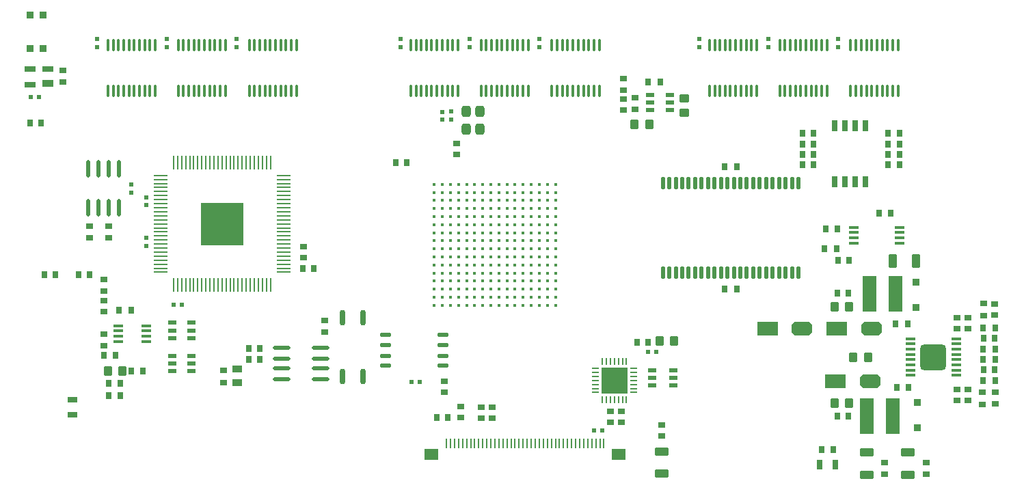
<source format=gtp>
G04 Layer_Color=8421504*
%FSLAX42Y42*%
%MOMM*%
G71*
G01*
G75*
G04:AMPARAMS|DCode=113|XSize=0.85mm|YSize=0.75mm|CornerRadius=0.07mm|HoleSize=0mm|Usage=FLASHONLY|Rotation=270.000|XOffset=0mm|YOffset=0mm|HoleType=Round|Shape=RoundedRectangle|*
%AMROUNDEDRECTD113*
21,1,0.85,0.60,0,0,270.0*
21,1,0.70,0.75,0,0,270.0*
1,1,0.15,-0.30,-0.35*
1,1,0.15,-0.30,0.35*
1,1,0.15,0.30,0.35*
1,1,0.15,0.30,-0.35*
%
%ADD113ROUNDEDRECTD113*%
G04:AMPARAMS|DCode=114|XSize=0.45mm|YSize=0.55mm|CornerRadius=0.04mm|HoleSize=0mm|Usage=FLASHONLY|Rotation=270.000|XOffset=0mm|YOffset=0mm|HoleType=Round|Shape=RoundedRectangle|*
%AMROUNDEDRECTD114*
21,1,0.45,0.47,0,0,270.0*
21,1,0.38,0.55,0,0,270.0*
1,1,0.07,-0.24,-0.19*
1,1,0.07,-0.24,0.19*
1,1,0.07,0.24,0.19*
1,1,0.07,0.24,-0.19*
%
%ADD114ROUNDEDRECTD114*%
%ADD115O,0.30X1.65*%
%ADD116R,0.65X1.45*%
G04:AMPARAMS|DCode=117|XSize=0.85mm|YSize=0.65mm|CornerRadius=0.06mm|HoleSize=0mm|Usage=FLASHONLY|Rotation=180.000|XOffset=0mm|YOffset=0mm|HoleType=Round|Shape=RoundedRectangle|*
%AMROUNDEDRECTD117*
21,1,0.85,0.53,0,0,180.0*
21,1,0.72,0.65,0,0,180.0*
1,1,0.13,-0.36,0.26*
1,1,0.13,0.36,0.26*
1,1,0.13,0.36,-0.26*
1,1,0.13,-0.36,-0.26*
%
%ADD117ROUNDEDRECTD117*%
G04:AMPARAMS|DCode=118|XSize=0.85mm|YSize=0.65mm|CornerRadius=0.06mm|HoleSize=0mm|Usage=FLASHONLY|Rotation=270.000|XOffset=0mm|YOffset=0mm|HoleType=Round|Shape=RoundedRectangle|*
%AMROUNDEDRECTD118*
21,1,0.85,0.53,0,0,270.0*
21,1,0.72,0.65,0,0,270.0*
1,1,0.13,-0.26,-0.36*
1,1,0.13,-0.26,0.36*
1,1,0.13,0.26,0.36*
1,1,0.13,0.26,-0.36*
%
%ADD118ROUNDEDRECTD118*%
G04:AMPARAMS|DCode=119|XSize=0.3mm|YSize=1.15mm|CornerRadius=0.02mm|HoleSize=0mm|Usage=FLASHONLY|Rotation=90.000|XOffset=0mm|YOffset=0mm|HoleType=Round|Shape=RoundedRectangle|*
%AMROUNDEDRECTD119*
21,1,0.30,1.11,0,0,90.0*
21,1,0.26,1.15,0,0,90.0*
1,1,0.04,0.56,0.13*
1,1,0.04,0.56,-0.13*
1,1,0.04,-0.56,-0.13*
1,1,0.04,-0.56,0.13*
%
%ADD119ROUNDEDRECTD119*%
%ADD120R,1.05X0.55*%
%ADD121O,0.75X1.95*%
G04:AMPARAMS|DCode=122|XSize=1.65mm|YSize=1.05mm|CornerRadius=0.11mm|HoleSize=0mm|Usage=FLASHONLY|Rotation=90.000|XOffset=0mm|YOffset=0mm|HoleType=Round|Shape=RoundedRectangle|*
%AMROUNDEDRECTD122*
21,1,1.65,0.82,0,0,90.0*
21,1,1.43,1.05,0,0,90.0*
1,1,0.23,0.41,0.71*
1,1,0.23,0.41,-0.71*
1,1,0.23,-0.41,-0.71*
1,1,0.23,-0.41,0.71*
%
%ADD122ROUNDEDRECTD122*%
G04:AMPARAMS|DCode=123|XSize=0.85mm|YSize=0.75mm|CornerRadius=0.07mm|HoleSize=0mm|Usage=FLASHONLY|Rotation=180.000|XOffset=0mm|YOffset=0mm|HoleType=Round|Shape=RoundedRectangle|*
%AMROUNDEDRECTD123*
21,1,0.85,0.60,0,0,180.0*
21,1,0.70,0.75,0,0,180.0*
1,1,0.15,-0.35,0.30*
1,1,0.15,0.35,0.30*
1,1,0.15,0.35,-0.30*
1,1,0.15,-0.35,-0.30*
%
%ADD123ROUNDEDRECTD123*%
%ADD124O,0.50X1.60*%
%ADD125R,1.35X0.75*%
%ADD126R,1.35X0.95*%
%ADD127O,1.45X0.55*%
%ADD128R,0.97X0.84*%
G04:AMPARAMS|DCode=129|XSize=0.9mm|YSize=0.85mm|CornerRadius=0.2mm|HoleSize=0mm|Usage=FLASHONLY|Rotation=180.000|XOffset=0mm|YOffset=0mm|HoleType=Round|Shape=RoundedRectangle|*
%AMROUNDEDRECTD129*
21,1,0.90,0.45,0,0,180.0*
21,1,0.50,0.85,0,0,180.0*
1,1,0.40,-0.25,0.23*
1,1,0.40,0.25,0.23*
1,1,0.40,0.25,-0.23*
1,1,0.40,-0.25,-0.23*
%
%ADD129ROUNDEDRECTD129*%
G04:AMPARAMS|DCode=130|XSize=2.6mm|YSize=1.7mm|CornerRadius=0.19mm|HoleSize=0mm|Usage=FLASHONLY|Rotation=0.000|XOffset=0mm|YOffset=0mm|HoleType=Round|Shape=RoundedRectangle|*
%AMROUNDEDRECTD130*
21,1,2.60,1.31,0,0,0.0*
21,1,2.21,1.70,0,0,0.0*
1,1,0.39,1.11,-0.66*
1,1,0.39,-1.11,-0.66*
1,1,0.39,-1.11,0.66*
1,1,0.39,1.11,0.66*
%
%ADD130ROUNDEDRECTD130*%
G04:AMPARAMS|DCode=131|XSize=2.6mm|YSize=1.7mm|CornerRadius=0mm|HoleSize=0mm|Usage=FLASHONLY|Rotation=0.000|XOffset=0mm|YOffset=0mm|HoleType=Round|Shape=Octagon|*
%AMOCTAGOND131*
4,1,8,1.30,-0.42,1.30,0.42,0.88,0.85,-0.88,0.85,-1.30,0.42,-1.30,-0.42,-0.88,-0.85,0.88,-0.85,1.30,-0.42,0.0*
%
%ADD131OCTAGOND131*%

G04:AMPARAMS|DCode=132|XSize=3.15mm|YSize=3.15mm|CornerRadius=0.38mm|HoleSize=0mm|Usage=FLASHONLY|Rotation=90.000|XOffset=0mm|YOffset=0mm|HoleType=Round|Shape=RoundedRectangle|*
%AMROUNDEDRECTD132*
21,1,3.15,2.40,0,0,90.0*
21,1,2.40,3.15,0,0,90.0*
1,1,0.75,1.20,1.20*
1,1,0.75,1.20,-1.20*
1,1,0.75,-1.20,-1.20*
1,1,0.75,-1.20,1.20*
%
%ADD132ROUNDEDRECTD132*%
G04:AMPARAMS|DCode=133|XSize=1.25mm|YSize=0.95mm|CornerRadius=0.1mm|HoleSize=0mm|Usage=FLASHONLY|Rotation=90.000|XOffset=0mm|YOffset=0mm|HoleType=Round|Shape=RoundedRectangle|*
%AMROUNDEDRECTD133*
21,1,1.25,0.75,0,0,90.0*
21,1,1.05,0.95,0,0,90.0*
1,1,0.20,0.38,0.53*
1,1,0.20,0.38,-0.53*
1,1,0.20,-0.38,-0.53*
1,1,0.20,-0.38,0.53*
%
%ADD133ROUNDEDRECTD133*%
G04:AMPARAMS|DCode=134|XSize=0.45mm|YSize=0.55mm|CornerRadius=0.04mm|HoleSize=0mm|Usage=FLASHONLY|Rotation=180.000|XOffset=0mm|YOffset=0mm|HoleType=Round|Shape=RoundedRectangle|*
%AMROUNDEDRECTD134*
21,1,0.45,0.47,0,0,180.0*
21,1,0.38,0.55,0,0,180.0*
1,1,0.07,-0.19,0.24*
1,1,0.07,0.19,0.24*
1,1,0.07,0.19,-0.24*
1,1,0.07,-0.19,-0.24*
%
%ADD134ROUNDEDRECTD134*%
G04:AMPARAMS|DCode=135|XSize=0.55mm|YSize=0.95mm|CornerRadius=0.05mm|HoleSize=0mm|Usage=FLASHONLY|Rotation=270.000|XOffset=0mm|YOffset=0mm|HoleType=Round|Shape=RoundedRectangle|*
%AMROUNDEDRECTD135*
21,1,0.55,0.85,0,0,270.0*
21,1,0.45,0.95,0,0,270.0*
1,1,0.10,-0.42,-0.23*
1,1,0.10,-0.42,0.23*
1,1,0.10,0.42,0.23*
1,1,0.10,0.42,-0.23*
%
%ADD135ROUNDEDRECTD135*%
%ADD136R,3.25X3.25*%
%ADD137O,0.25X1.00*%
%ADD138O,1.00X0.25*%
%ADD139C,0.45*%
%ADD140O,2.15X0.55*%
%ADD141R,1.70X4.45*%
G04:AMPARAMS|DCode=142|XSize=1.25mm|YSize=0.65mm|CornerRadius=0.06mm|HoleSize=0mm|Usage=FLASHONLY|Rotation=90.000|XOffset=0mm|YOffset=0mm|HoleType=Round|Shape=RoundedRectangle|*
%AMROUNDEDRECTD142*
21,1,1.25,0.53,0,0,90.0*
21,1,1.13,0.65,0,0,90.0*
1,1,0.13,0.26,0.56*
1,1,0.13,0.26,-0.56*
1,1,0.13,-0.26,-0.56*
1,1,0.13,-0.26,0.56*
%
%ADD142ROUNDEDRECTD142*%
G04:AMPARAMS|DCode=143|XSize=0.55mm|YSize=0.45mm|CornerRadius=0.04mm|HoleSize=0mm|Usage=FLASHONLY|Rotation=180.000|XOffset=0mm|YOffset=0mm|HoleType=Round|Shape=RoundedRectangle|*
%AMROUNDEDRECTD143*
21,1,0.55,0.38,0,0,180.0*
21,1,0.47,0.45,0,0,180.0*
1,1,0.07,-0.24,0.19*
1,1,0.07,0.24,0.19*
1,1,0.07,0.24,-0.19*
1,1,0.07,-0.24,-0.19*
%
%ADD143ROUNDEDRECTD143*%
%ADD144R,1.75X1.45*%
%ADD145R,0.25X1.20*%
G04:AMPARAMS|DCode=146|XSize=1.25mm|YSize=0.85mm|CornerRadius=0.09mm|HoleSize=0mm|Usage=FLASHONLY|Rotation=0.000|XOffset=0mm|YOffset=0mm|HoleType=Round|Shape=RoundedRectangle|*
%AMROUNDEDRECTD146*
21,1,1.25,0.68,0,0,0.0*
21,1,1.07,0.85,0,0,0.0*
1,1,0.17,0.54,-0.34*
1,1,0.17,-0.54,-0.34*
1,1,0.17,-0.54,0.34*
1,1,0.17,0.54,0.34*
%
%ADD146ROUNDEDRECTD146*%
%ADD147O,0.25X1.75*%
%ADD148O,1.75X0.25*%
%ADD149R,5.25X5.25*%
G04:AMPARAMS|DCode=150|XSize=1.7mm|YSize=1mm|CornerRadius=0.11mm|HoleSize=0mm|Usage=FLASHONLY|Rotation=180.000|XOffset=0mm|YOffset=0mm|HoleType=Round|Shape=RoundedRectangle|*
%AMROUNDEDRECTD150*
21,1,1.70,0.79,0,0,180.0*
21,1,1.49,1.00,0,0,180.0*
1,1,0.21,-0.74,0.39*
1,1,0.21,0.74,0.39*
1,1,0.21,0.74,-0.39*
1,1,0.21,-0.74,-0.39*
%
%ADD150ROUNDEDRECTD150*%
G04:AMPARAMS|DCode=151|XSize=1.35mm|YSize=1.15mm|CornerRadius=0.28mm|HoleSize=0mm|Usage=FLASHONLY|Rotation=270.000|XOffset=0mm|YOffset=0mm|HoleType=Round|Shape=RoundedRectangle|*
%AMROUNDEDRECTD151*
21,1,1.35,0.60,0,0,270.0*
21,1,0.80,1.15,0,0,270.0*
1,1,0.55,-0.30,-0.40*
1,1,0.55,-0.30,0.40*
1,1,0.55,0.30,0.40*
1,1,0.55,0.30,-0.40*
%
%ADD151ROUNDEDRECTD151*%
G04:AMPARAMS|DCode=152|XSize=1.25mm|YSize=0.95mm|CornerRadius=0.1mm|HoleSize=0mm|Usage=FLASHONLY|Rotation=0.000|XOffset=0mm|YOffset=0mm|HoleType=Round|Shape=RoundedRectangle|*
%AMROUNDEDRECTD152*
21,1,1.25,0.75,0,0,0.0*
21,1,1.05,0.95,0,0,0.0*
1,1,0.20,0.53,-0.38*
1,1,0.20,-0.53,-0.38*
1,1,0.20,-0.53,0.38*
1,1,0.20,0.53,0.38*
%
%ADD152ROUNDEDRECTD152*%
%ADD153O,0.55X2.15*%
G04:AMPARAMS|DCode=154|XSize=1.25mm|YSize=0.65mm|CornerRadius=0.06mm|HoleSize=0mm|Usage=FLASHONLY|Rotation=0.000|XOffset=0mm|YOffset=0mm|HoleType=Round|Shape=RoundedRectangle|*
%AMROUNDEDRECTD154*
21,1,1.25,0.53,0,0,0.0*
21,1,1.13,0.65,0,0,0.0*
1,1,0.13,0.56,-0.26*
1,1,0.13,-0.56,-0.26*
1,1,0.13,-0.56,0.26*
1,1,0.13,0.56,0.26*
%
%ADD154ROUNDEDRECTD154*%
D113*
X9125Y2410D02*
D03*
X8975Y2410D02*
D03*
X10365Y2910D02*
D03*
X10215D02*
D03*
X11095Y1980D02*
D03*
X11245D02*
D03*
X11255Y1190D02*
D03*
X11105D02*
D03*
X10225Y3160D02*
D03*
X10375D02*
D03*
X1475Y2150D02*
D03*
X1625D02*
D03*
X12175Y1540D02*
D03*
X12325D02*
D03*
Y1280D02*
D03*
X12175D02*
D03*
Y1670D02*
D03*
X12325D02*
D03*
X12175Y1930D02*
D03*
X12325D02*
D03*
X10175Y420D02*
D03*
X10325D02*
D03*
X9125Y3930D02*
D03*
X8975D02*
D03*
X8030Y4975D02*
D03*
X8180D02*
D03*
D114*
X480Y4790D02*
D03*
X380D02*
D03*
X8030Y1630D02*
D03*
X8130D02*
D03*
X7360Y660D02*
D03*
X7460D02*
D03*
X2250Y2220D02*
D03*
X2150D02*
D03*
X5100Y1260D02*
D03*
X5200D02*
D03*
D115*
X1923Y5435D02*
D03*
X1858Y5435D02*
D03*
X1792Y5435D02*
D03*
X1727Y5435D02*
D03*
X1598D02*
D03*
X1662D02*
D03*
X1532D02*
D03*
X1858Y4865D02*
D03*
X1923Y4865D02*
D03*
X1792D02*
D03*
X1598Y4865D02*
D03*
X1532D02*
D03*
X1727D02*
D03*
X1662D02*
D03*
X1468Y5435D02*
D03*
X1338D02*
D03*
X1402Y5435D02*
D03*
Y4865D02*
D03*
X1468Y4865D02*
D03*
X1338D02*
D03*
X3672Y5435D02*
D03*
X3608Y5435D02*
D03*
X3542Y5435D02*
D03*
X3478Y5435D02*
D03*
X3347D02*
D03*
X3412D02*
D03*
X3283D02*
D03*
X3608Y4865D02*
D03*
X3672Y4865D02*
D03*
X3542D02*
D03*
X3347Y4865D02*
D03*
X3283D02*
D03*
X3478D02*
D03*
X3412D02*
D03*
X3217Y5435D02*
D03*
X3088D02*
D03*
X3152Y5435D02*
D03*
Y4865D02*
D03*
X3217Y4865D02*
D03*
X3088D02*
D03*
X2792Y5435D02*
D03*
X2727Y5435D02*
D03*
X2662Y5435D02*
D03*
X2598Y5435D02*
D03*
X2467D02*
D03*
X2533D02*
D03*
X2402D02*
D03*
X2727Y4865D02*
D03*
X2792Y4865D02*
D03*
X2662D02*
D03*
X2467Y4865D02*
D03*
X2402D02*
D03*
X2598D02*
D03*
X2533D02*
D03*
X2338Y5435D02*
D03*
X2208D02*
D03*
X2273Y5435D02*
D03*
Y4865D02*
D03*
X2338Y4865D02*
D03*
X2208D02*
D03*
X9243Y5435D02*
D03*
X9307D02*
D03*
X9178D02*
D03*
X9372D02*
D03*
X9047D02*
D03*
X9112D02*
D03*
X8982D02*
D03*
X9372Y4865D02*
D03*
X9307D02*
D03*
X9243D02*
D03*
X9047D02*
D03*
X8982D02*
D03*
X9178D02*
D03*
X9112D02*
D03*
X8918Y5435D02*
D03*
X8788D02*
D03*
X8853D02*
D03*
Y4865D02*
D03*
X8918D02*
D03*
X8788D02*
D03*
X10992Y5435D02*
D03*
X11057D02*
D03*
X10927D02*
D03*
X11122D02*
D03*
X10797D02*
D03*
X10862D02*
D03*
X10732D02*
D03*
X11122Y4865D02*
D03*
X11057D02*
D03*
X10992D02*
D03*
X10797D02*
D03*
X10732D02*
D03*
X10927D02*
D03*
X10862D02*
D03*
X10667Y5435D02*
D03*
X10537D02*
D03*
X10602D02*
D03*
Y4865D02*
D03*
X10667D02*
D03*
X10537D02*
D03*
X10112Y5435D02*
D03*
X10178D02*
D03*
X10047D02*
D03*
X10243D02*
D03*
X9918D02*
D03*
X9982D02*
D03*
X9853D02*
D03*
X10243Y4865D02*
D03*
X10178D02*
D03*
X10112D02*
D03*
X9918D02*
D03*
X9853D02*
D03*
X10047D02*
D03*
X9982D02*
D03*
X9788Y5435D02*
D03*
X9657D02*
D03*
X9722D02*
D03*
Y4865D02*
D03*
X9788D02*
D03*
X9657D02*
D03*
X5672Y5435D02*
D03*
X5608Y5435D02*
D03*
X5542Y5435D02*
D03*
X5478Y5435D02*
D03*
X5412D02*
D03*
X5347D02*
D03*
X5283D02*
D03*
X5217Y5435D02*
D03*
X5153Y5435D02*
D03*
X5088Y5435D02*
D03*
X5672Y4865D02*
D03*
X5608Y4865D02*
D03*
X5542Y4865D02*
D03*
X5478Y4865D02*
D03*
X5412D02*
D03*
X5347D02*
D03*
X5283D02*
D03*
X5217Y4865D02*
D03*
X5153Y4865D02*
D03*
X5088Y4865D02*
D03*
X6543Y5435D02*
D03*
X6478Y5435D02*
D03*
X6412Y5435D02*
D03*
X6347Y5435D02*
D03*
X6283D02*
D03*
X6217D02*
D03*
X6153D02*
D03*
X6088Y5435D02*
D03*
X6022Y5435D02*
D03*
X5958Y5435D02*
D03*
X6543Y4865D02*
D03*
X6478Y4865D02*
D03*
X6412Y4865D02*
D03*
X6347Y4865D02*
D03*
X6283D02*
D03*
X6217D02*
D03*
X6153D02*
D03*
X6088Y4865D02*
D03*
X6022Y4865D02*
D03*
X5958Y4865D02*
D03*
X7422Y5435D02*
D03*
X7357Y5435D02*
D03*
X7292Y5435D02*
D03*
X7227Y5435D02*
D03*
X7162D02*
D03*
X7097D02*
D03*
X7032D02*
D03*
X6967Y5435D02*
D03*
X6902Y5435D02*
D03*
X6837Y5435D02*
D03*
X7422Y4865D02*
D03*
X7357Y4865D02*
D03*
X7292Y4865D02*
D03*
X7227Y4865D02*
D03*
X7162D02*
D03*
X7097D02*
D03*
X7032D02*
D03*
X6967Y4865D02*
D03*
X6902Y4865D02*
D03*
X6837Y4865D02*
D03*
D116*
X10721Y4439D02*
D03*
X10594D02*
D03*
X10721Y3741D02*
D03*
X10593D02*
D03*
X10467Y4439D02*
D03*
X10339D02*
D03*
X10467Y3741D02*
D03*
X10339D02*
D03*
D117*
X6100Y810D02*
D03*
Y950D02*
D03*
X1290Y2530D02*
D03*
Y2390D02*
D03*
X4020Y1880D02*
D03*
Y2020D02*
D03*
X7720Y4630D02*
D03*
Y4770D02*
D03*
Y4880D02*
D03*
Y5020D02*
D03*
X12320Y2090D02*
D03*
Y2230D02*
D03*
X11990Y1170D02*
D03*
Y1030D02*
D03*
X11850D02*
D03*
Y1170D02*
D03*
X12330Y1130D02*
D03*
Y990D02*
D03*
X11850Y1920D02*
D03*
Y2060D02*
D03*
X11990D02*
D03*
Y1920D02*
D03*
X11470Y120D02*
D03*
Y260D02*
D03*
X10960Y120D02*
D03*
Y260D02*
D03*
X8200Y730D02*
D03*
Y590D02*
D03*
X7700Y760D02*
D03*
Y900D02*
D03*
X7560Y760D02*
D03*
Y900D02*
D03*
X5660Y4080D02*
D03*
Y4220D02*
D03*
X780Y5120D02*
D03*
Y4980D02*
D03*
X1350Y3050D02*
D03*
Y3190D02*
D03*
X1110Y3050D02*
D03*
Y3190D02*
D03*
X3760Y2800D02*
D03*
Y2940D02*
D03*
X5960Y950D02*
D03*
Y810D02*
D03*
X5500Y1130D02*
D03*
Y1270D02*
D03*
X5710Y820D02*
D03*
Y960D02*
D03*
X1290Y2130D02*
D03*
Y2270D02*
D03*
X1290Y1850D02*
D03*
Y1710D02*
D03*
D118*
X1430Y1590D02*
D03*
X1290D02*
D03*
X1630Y1400D02*
D03*
X1770D02*
D03*
X11140Y4340D02*
D03*
X11000D02*
D03*
X11140Y4210D02*
D03*
X11000D02*
D03*
X11140Y4080D02*
D03*
X11000D02*
D03*
X11140Y3950D02*
D03*
X11000D02*
D03*
X1490Y1240D02*
D03*
X1350D02*
D03*
Y1090D02*
D03*
X1490D02*
D03*
X10080Y4340D02*
D03*
X9940D02*
D03*
X10080Y4080D02*
D03*
X9940D02*
D03*
X10080Y4210D02*
D03*
X9940D02*
D03*
X10080Y3950D02*
D03*
X9940D02*
D03*
X10370Y2360D02*
D03*
X10510D02*
D03*
X10370Y840D02*
D03*
X10510D02*
D03*
X10520Y2770D02*
D03*
X10380D02*
D03*
X550Y2590D02*
D03*
X690D02*
D03*
X510Y4470D02*
D03*
X370D02*
D03*
X1110Y2590D02*
D03*
X970D02*
D03*
X12320Y1410D02*
D03*
X12180D02*
D03*
X12320Y1800D02*
D03*
X12180D02*
D03*
X8030Y1750D02*
D03*
X7890D02*
D03*
X11030Y3350D02*
D03*
X10890D02*
D03*
X5040Y3980D02*
D03*
X4900D02*
D03*
X3750Y2670D02*
D03*
X3890D02*
D03*
X5550Y820D02*
D03*
X5410D02*
D03*
X3220Y1540D02*
D03*
X3080D02*
D03*
X3220Y1680D02*
D03*
X3080D02*
D03*
D119*
X1469Y1958D02*
D03*
Y1892D02*
D03*
Y1828D02*
D03*
Y1762D02*
D03*
X1811Y1958D02*
D03*
Y1892D02*
D03*
Y1828D02*
D03*
Y1762D02*
D03*
X10575Y3177D02*
D03*
Y3112D02*
D03*
Y3048D02*
D03*
Y2983D02*
D03*
X11145Y3177D02*
D03*
Y3112D02*
D03*
Y3048D02*
D03*
Y2983D02*
D03*
X11275Y1798D02*
D03*
Y1733D02*
D03*
Y1667D02*
D03*
Y1602D02*
D03*
Y1538D02*
D03*
Y1473D02*
D03*
Y1407D02*
D03*
Y1343D02*
D03*
X11845Y1798D02*
D03*
Y1733D02*
D03*
Y1667D02*
D03*
Y1602D02*
D03*
Y1538D02*
D03*
Y1473D02*
D03*
Y1407D02*
D03*
Y1343D02*
D03*
D120*
X2370Y1395D02*
D03*
Y1490D02*
D03*
Y1585D02*
D03*
X2130D02*
D03*
Y1490D02*
D03*
Y1395D02*
D03*
X2370Y1805D02*
D03*
Y1900D02*
D03*
Y1995D02*
D03*
X2130D02*
D03*
Y1900D02*
D03*
Y1805D02*
D03*
X8295Y4630D02*
D03*
Y4725D02*
D03*
Y4820D02*
D03*
X8055D02*
D03*
Y4725D02*
D03*
Y4630D02*
D03*
D121*
X4497Y1325D02*
D03*
X4243D02*
D03*
Y2055D02*
D03*
X4497D02*
D03*
D122*
X11055Y2760D02*
D03*
X11345D02*
D03*
D123*
X7870Y4635D02*
D03*
Y4785D02*
D03*
X2770Y1405D02*
D03*
Y1255D02*
D03*
X12170Y985D02*
D03*
Y1135D02*
D03*
X12180Y2235D02*
D03*
Y2085D02*
D03*
D124*
X8850Y2612D02*
D03*
X8690D02*
D03*
X8770D02*
D03*
X8930D02*
D03*
X8530Y3728D02*
D03*
X8450Y3728D02*
D03*
X8210Y3728D02*
D03*
X8290D02*
D03*
X8370Y3728D02*
D03*
X8610D02*
D03*
X8850Y3728D02*
D03*
X8690D02*
D03*
X8770D02*
D03*
X8930Y3728D02*
D03*
X9330Y2612D02*
D03*
X9170D02*
D03*
X9250D02*
D03*
X9410Y2612D02*
D03*
X9810Y2612D02*
D03*
X9730D02*
D03*
X9490Y2612D02*
D03*
X9570D02*
D03*
X9650Y2612D02*
D03*
X9890Y2612D02*
D03*
X8210Y2612D02*
D03*
X8290D02*
D03*
X8370D02*
D03*
X8450D02*
D03*
X8530Y2612D02*
D03*
X8610Y2612D02*
D03*
X9010Y2612D02*
D03*
X9090Y2612D02*
D03*
X9010Y3728D02*
D03*
X9090D02*
D03*
X9170D02*
D03*
X9250Y3728D02*
D03*
X9330D02*
D03*
X9410D02*
D03*
X9490Y3728D02*
D03*
X9570D02*
D03*
X9650Y3728D02*
D03*
X9730D02*
D03*
X9810Y3728D02*
D03*
X9890D02*
D03*
D125*
X370Y4945D02*
D03*
Y5135D02*
D03*
X590D02*
D03*
D126*
Y4965D02*
D03*
D127*
X4778Y1841D02*
D03*
Y1714D02*
D03*
Y1586D02*
D03*
Y1460D02*
D03*
X5483Y1841D02*
D03*
Y1714D02*
D03*
Y1586D02*
D03*
Y1460D02*
D03*
D128*
X370Y5395D02*
D03*
Y5805D02*
D03*
X530D02*
D03*
Y5395D02*
D03*
D129*
X11360Y693D02*
D03*
Y1007D02*
D03*
X11350Y2498D02*
D03*
Y2183D02*
D03*
D130*
X9505Y1920D02*
D03*
X10345Y1270D02*
D03*
X10365Y1920D02*
D03*
D131*
X9935D02*
D03*
X10775Y1270D02*
D03*
X10795Y1920D02*
D03*
D132*
X11560Y1570D02*
D03*
D133*
X8170Y1770D02*
D03*
X8350D02*
D03*
X10520Y1000D02*
D03*
X10340D02*
D03*
X10750Y1570D02*
D03*
X10570D02*
D03*
X10520Y2190D02*
D03*
X10340D02*
D03*
X7860Y4450D02*
D03*
X8040D02*
D03*
X1340Y1400D02*
D03*
X1520D02*
D03*
D134*
X5590Y4610D02*
D03*
Y4510D02*
D03*
X10380Y5410D02*
D03*
Y5510D02*
D03*
X9520Y5410D02*
D03*
Y5510D02*
D03*
X8660Y5410D02*
D03*
Y5510D02*
D03*
X6680Y5410D02*
D03*
Y5510D02*
D03*
X5820Y5410D02*
D03*
Y5510D02*
D03*
X4960Y5410D02*
D03*
Y5510D02*
D03*
X2930Y5410D02*
D03*
Y5510D02*
D03*
X2070Y5410D02*
D03*
Y5510D02*
D03*
X1200Y5410D02*
D03*
Y5510D02*
D03*
X1810Y3550D02*
D03*
Y3450D02*
D03*
X1630Y3610D02*
D03*
Y3710D02*
D03*
X1810Y3050D02*
D03*
Y2950D02*
D03*
D135*
X8340Y1215D02*
D03*
Y1310D02*
D03*
Y1405D02*
D03*
X8080D02*
D03*
Y1310D02*
D03*
Y1215D02*
D03*
D136*
X7610Y1280D02*
D03*
D137*
X7760Y1043D02*
D03*
X7710Y1043D02*
D03*
X7660D02*
D03*
X7610D02*
D03*
X7560D02*
D03*
X7510D02*
D03*
X7460D02*
D03*
Y1518D02*
D03*
X7510D02*
D03*
X7560D02*
D03*
X7610Y1518D02*
D03*
X7660D02*
D03*
X7710D02*
D03*
X7760Y1518D02*
D03*
D138*
X7372Y1130D02*
D03*
Y1180D02*
D03*
Y1230D02*
D03*
Y1280D02*
D03*
Y1330D02*
D03*
Y1380D02*
D03*
X7372Y1430D02*
D03*
X7847D02*
D03*
X7847Y1380D02*
D03*
Y1330D02*
D03*
X7847Y1280D02*
D03*
Y1230D02*
D03*
Y1180D02*
D03*
Y1130D02*
D03*
D139*
X6880Y3710D02*
D03*
Y3610D02*
D03*
Y3510D02*
D03*
Y3410D02*
D03*
Y3310D02*
D03*
Y3210D02*
D03*
Y3110D02*
D03*
Y3010D02*
D03*
Y2910D02*
D03*
Y2810D02*
D03*
Y2710D02*
D03*
Y2610D02*
D03*
Y2510D02*
D03*
Y2410D02*
D03*
Y2310D02*
D03*
Y2210D02*
D03*
X6780Y3710D02*
D03*
Y3610D02*
D03*
Y3510D02*
D03*
Y3410D02*
D03*
Y3310D02*
D03*
Y3210D02*
D03*
Y3110D02*
D03*
Y3010D02*
D03*
Y2910D02*
D03*
Y2810D02*
D03*
Y2710D02*
D03*
Y2610D02*
D03*
Y2510D02*
D03*
Y2410D02*
D03*
Y2310D02*
D03*
Y2210D02*
D03*
X6680Y3710D02*
D03*
Y3610D02*
D03*
Y3510D02*
D03*
Y3410D02*
D03*
Y3310D02*
D03*
Y3210D02*
D03*
Y3110D02*
D03*
Y3010D02*
D03*
Y2910D02*
D03*
Y2810D02*
D03*
Y2710D02*
D03*
Y2610D02*
D03*
Y2510D02*
D03*
Y2410D02*
D03*
Y2310D02*
D03*
Y2210D02*
D03*
X6580Y3710D02*
D03*
Y3610D02*
D03*
Y3510D02*
D03*
Y3410D02*
D03*
Y3310D02*
D03*
Y3210D02*
D03*
Y3110D02*
D03*
Y3010D02*
D03*
Y2910D02*
D03*
Y2810D02*
D03*
Y2710D02*
D03*
Y2610D02*
D03*
Y2510D02*
D03*
Y2410D02*
D03*
Y2310D02*
D03*
Y2210D02*
D03*
X6480Y3710D02*
D03*
Y3610D02*
D03*
Y3510D02*
D03*
Y3410D02*
D03*
Y3310D02*
D03*
Y3210D02*
D03*
Y3110D02*
D03*
Y3010D02*
D03*
Y2910D02*
D03*
Y2810D02*
D03*
Y2710D02*
D03*
Y2610D02*
D03*
Y2510D02*
D03*
Y2410D02*
D03*
Y2310D02*
D03*
Y2210D02*
D03*
X6380Y3710D02*
D03*
Y3610D02*
D03*
Y3510D02*
D03*
Y3410D02*
D03*
Y3310D02*
D03*
Y3210D02*
D03*
Y3110D02*
D03*
Y3010D02*
D03*
Y2910D02*
D03*
Y2810D02*
D03*
Y2710D02*
D03*
Y2610D02*
D03*
Y2510D02*
D03*
Y2410D02*
D03*
Y2310D02*
D03*
Y2210D02*
D03*
X6280Y3710D02*
D03*
Y3610D02*
D03*
Y3510D02*
D03*
Y3410D02*
D03*
Y3310D02*
D03*
Y3210D02*
D03*
Y3110D02*
D03*
Y3010D02*
D03*
Y2910D02*
D03*
Y2810D02*
D03*
Y2710D02*
D03*
Y2610D02*
D03*
Y2510D02*
D03*
Y2410D02*
D03*
Y2310D02*
D03*
Y2210D02*
D03*
X6180Y3710D02*
D03*
Y3610D02*
D03*
Y3510D02*
D03*
Y3410D02*
D03*
Y3310D02*
D03*
Y3210D02*
D03*
Y3110D02*
D03*
Y3010D02*
D03*
Y2910D02*
D03*
Y2810D02*
D03*
Y2710D02*
D03*
Y2610D02*
D03*
Y2510D02*
D03*
Y2410D02*
D03*
Y2310D02*
D03*
Y2210D02*
D03*
X6080Y3710D02*
D03*
Y3610D02*
D03*
Y3510D02*
D03*
Y3410D02*
D03*
Y3310D02*
D03*
Y3210D02*
D03*
Y3110D02*
D03*
Y3010D02*
D03*
Y2910D02*
D03*
Y2810D02*
D03*
Y2710D02*
D03*
Y2610D02*
D03*
Y2510D02*
D03*
Y2410D02*
D03*
Y2310D02*
D03*
Y2210D02*
D03*
X5980Y3710D02*
D03*
Y3610D02*
D03*
Y3510D02*
D03*
Y3410D02*
D03*
Y3310D02*
D03*
Y3210D02*
D03*
Y3110D02*
D03*
Y3010D02*
D03*
Y2910D02*
D03*
Y2810D02*
D03*
Y2710D02*
D03*
Y2610D02*
D03*
Y2510D02*
D03*
Y2410D02*
D03*
Y2310D02*
D03*
Y2210D02*
D03*
X5880Y3710D02*
D03*
Y3610D02*
D03*
Y3510D02*
D03*
Y3410D02*
D03*
Y3310D02*
D03*
Y3210D02*
D03*
Y3110D02*
D03*
Y3010D02*
D03*
Y2910D02*
D03*
Y2810D02*
D03*
Y2710D02*
D03*
Y2610D02*
D03*
Y2510D02*
D03*
Y2410D02*
D03*
Y2310D02*
D03*
Y2210D02*
D03*
X5780Y3710D02*
D03*
Y3610D02*
D03*
Y3510D02*
D03*
Y3410D02*
D03*
Y3310D02*
D03*
Y3210D02*
D03*
Y3110D02*
D03*
Y3010D02*
D03*
Y2910D02*
D03*
Y2810D02*
D03*
Y2710D02*
D03*
Y2610D02*
D03*
Y2510D02*
D03*
Y2410D02*
D03*
Y2310D02*
D03*
Y2210D02*
D03*
X5680Y3710D02*
D03*
Y3610D02*
D03*
Y3510D02*
D03*
Y3410D02*
D03*
Y3310D02*
D03*
Y3210D02*
D03*
Y3110D02*
D03*
Y3010D02*
D03*
Y2910D02*
D03*
Y2810D02*
D03*
Y2710D02*
D03*
Y2610D02*
D03*
Y2510D02*
D03*
Y2410D02*
D03*
Y2310D02*
D03*
Y2210D02*
D03*
X5580Y3710D02*
D03*
Y3610D02*
D03*
Y3510D02*
D03*
Y3410D02*
D03*
Y3310D02*
D03*
Y3210D02*
D03*
Y3110D02*
D03*
Y3010D02*
D03*
Y2910D02*
D03*
Y2810D02*
D03*
Y2710D02*
D03*
Y2610D02*
D03*
Y2510D02*
D03*
Y2410D02*
D03*
Y2310D02*
D03*
Y2210D02*
D03*
X5480Y3710D02*
D03*
Y3610D02*
D03*
Y3510D02*
D03*
Y3410D02*
D03*
Y3310D02*
D03*
Y3210D02*
D03*
Y3110D02*
D03*
Y3010D02*
D03*
Y2910D02*
D03*
Y2810D02*
D03*
Y2710D02*
D03*
Y2610D02*
D03*
Y2510D02*
D03*
Y2410D02*
D03*
Y2310D02*
D03*
Y2210D02*
D03*
X5380Y3710D02*
D03*
Y3610D02*
D03*
Y3510D02*
D03*
Y3410D02*
D03*
Y3310D02*
D03*
Y3210D02*
D03*
Y3110D02*
D03*
Y3010D02*
D03*
Y2910D02*
D03*
Y2810D02*
D03*
Y2710D02*
D03*
Y2610D02*
D03*
Y2510D02*
D03*
Y2410D02*
D03*
Y2310D02*
D03*
Y2210D02*
D03*
D140*
X3490Y1681D02*
D03*
Y1553D02*
D03*
Y1427D02*
D03*
Y1299D02*
D03*
X3970Y1681D02*
D03*
Y1553D02*
D03*
Y1427D02*
D03*
Y1299D02*
D03*
D141*
X11062Y840D02*
D03*
X10738D02*
D03*
X11093Y2350D02*
D03*
X10768D02*
D03*
D142*
X10345Y240D02*
D03*
X10155D02*
D03*
D143*
X5480Y4605D02*
D03*
Y4515D02*
D03*
D144*
X5345Y362D02*
D03*
X7665D02*
D03*
D145*
X7430Y500D02*
D03*
X7380D02*
D03*
X7330D02*
D03*
X7480D02*
D03*
X7280D02*
D03*
X7230D02*
D03*
X7180D02*
D03*
X7130D02*
D03*
X7080D02*
D03*
X7030D02*
D03*
X6980D02*
D03*
X6930D02*
D03*
X6880D02*
D03*
X6830D02*
D03*
X6780D02*
D03*
X6730D02*
D03*
X6680D02*
D03*
X6630D02*
D03*
X6580D02*
D03*
X6530D02*
D03*
X6480D02*
D03*
X6430D02*
D03*
X6380D02*
D03*
X6330D02*
D03*
X6280D02*
D03*
X6230D02*
D03*
X6180D02*
D03*
X6130D02*
D03*
X6080D02*
D03*
X6030D02*
D03*
X5980D02*
D03*
X5930D02*
D03*
X5880D02*
D03*
X5830D02*
D03*
X5780D02*
D03*
X5730D02*
D03*
X5680D02*
D03*
X5630D02*
D03*
X5580D02*
D03*
X5530D02*
D03*
D146*
X2940Y1255D02*
D03*
Y1425D02*
D03*
D147*
X3000Y2460D02*
D03*
X3050D02*
D03*
X2350D02*
D03*
X2400D02*
D03*
X3350D02*
D03*
X3300D02*
D03*
X3250D02*
D03*
X3200D02*
D03*
X3150D02*
D03*
X3100D02*
D03*
X2950D02*
D03*
X2900D02*
D03*
X2850D02*
D03*
X2800Y2460D02*
D03*
X2750D02*
D03*
X2700D02*
D03*
X2650Y2460D02*
D03*
X2600D02*
D03*
X2550D02*
D03*
X2500D02*
D03*
X2450D02*
D03*
X2300D02*
D03*
X2250D02*
D03*
X2200D02*
D03*
X2150D02*
D03*
Y3980D02*
D03*
X2200D02*
D03*
X2400D02*
D03*
X2450D02*
D03*
X2500D02*
D03*
X2550D02*
D03*
X2600D02*
D03*
X2650D02*
D03*
X2700Y3980D02*
D03*
X2750D02*
D03*
X3050Y3980D02*
D03*
X3100D02*
D03*
X3150D02*
D03*
X3200D02*
D03*
X3250D02*
D03*
X3300D02*
D03*
X3350D02*
D03*
X3000D02*
D03*
X2900D02*
D03*
X2850D02*
D03*
X2800Y3980D02*
D03*
X2950Y3980D02*
D03*
X2350D02*
D03*
X2300D02*
D03*
X2250D02*
D03*
D148*
X3510Y3320D02*
D03*
Y3370D02*
D03*
X3510Y3420D02*
D03*
X3510Y3770D02*
D03*
Y3720D02*
D03*
Y3570D02*
D03*
Y3620D02*
D03*
Y3670D02*
D03*
Y3820D02*
D03*
X1990Y2620D02*
D03*
Y2670D02*
D03*
Y2720D02*
D03*
Y2770D02*
D03*
Y2820D02*
D03*
Y2870D02*
D03*
Y2920D02*
D03*
Y2970D02*
D03*
Y3020D02*
D03*
Y3070D02*
D03*
Y3120D02*
D03*
X1990Y3170D02*
D03*
Y3220D02*
D03*
Y3270D02*
D03*
X1990Y3320D02*
D03*
Y3370D02*
D03*
Y3420D02*
D03*
Y3470D02*
D03*
Y3520D02*
D03*
Y3570D02*
D03*
Y3620D02*
D03*
Y3670D02*
D03*
Y3720D02*
D03*
Y3770D02*
D03*
Y3820D02*
D03*
X3510Y3520D02*
D03*
Y3470D02*
D03*
X3510Y3270D02*
D03*
Y3220D02*
D03*
Y3170D02*
D03*
X3510Y3120D02*
D03*
X3510Y3070D02*
D03*
Y3020D02*
D03*
Y2970D02*
D03*
Y2920D02*
D03*
Y2870D02*
D03*
Y2820D02*
D03*
Y2770D02*
D03*
Y2720D02*
D03*
Y2670D02*
D03*
Y2620D02*
D03*
D149*
X2750Y3220D02*
D03*
D150*
X8200Y397D02*
D03*
Y123D02*
D03*
X11240Y112D02*
D03*
Y388D02*
D03*
X10740Y112D02*
D03*
Y388D02*
D03*
D151*
X5945Y4610D02*
D03*
Y4390D02*
D03*
X5775D02*
D03*
Y4610D02*
D03*
D152*
X8475Y4595D02*
D03*
Y4775D02*
D03*
D153*
X1474Y3900D02*
D03*
X1347D02*
D03*
X1220D02*
D03*
X1093D02*
D03*
X1474Y3420D02*
D03*
X1347Y3420D02*
D03*
X1220Y3420D02*
D03*
X1093D02*
D03*
D154*
X900Y1045D02*
D03*
Y855D02*
D03*
M02*

</source>
